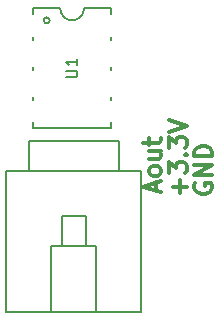
<source format=gbr>
G04 #@! TF.FileFunction,Legend,Top*
%FSLAX46Y46*%
G04 Gerber Fmt 4.6, Leading zero omitted, Abs format (unit mm)*
G04 Created by KiCad (PCBNEW 4.0.7) date 03/27/18 18:56:06*
%MOMM*%
%LPD*%
G01*
G04 APERTURE LIST*
%ADD10C,0.100000*%
%ADD11C,0.300000*%
%ADD12C,0.150000*%
G04 APERTURE END LIST*
D10*
D11*
X139299143Y-50116999D02*
X139299143Y-48974142D01*
X139870571Y-49545571D02*
X138727714Y-49545571D01*
X138370571Y-48402713D02*
X138370571Y-47474142D01*
X138942000Y-47974142D01*
X138942000Y-47759856D01*
X139013429Y-47616999D01*
X139084857Y-47545570D01*
X139227714Y-47474142D01*
X139584857Y-47474142D01*
X139727714Y-47545570D01*
X139799143Y-47616999D01*
X139870571Y-47759856D01*
X139870571Y-48188428D01*
X139799143Y-48331285D01*
X139727714Y-48402713D01*
X139727714Y-46831285D02*
X139799143Y-46759857D01*
X139870571Y-46831285D01*
X139799143Y-46902714D01*
X139727714Y-46831285D01*
X139870571Y-46831285D01*
X138370571Y-46259856D02*
X138370571Y-45331285D01*
X138942000Y-45831285D01*
X138942000Y-45616999D01*
X139013429Y-45474142D01*
X139084857Y-45402713D01*
X139227714Y-45331285D01*
X139584857Y-45331285D01*
X139727714Y-45402713D01*
X139799143Y-45474142D01*
X139870571Y-45616999D01*
X139870571Y-46045571D01*
X139799143Y-46188428D01*
X139727714Y-46259856D01*
X138370571Y-44902714D02*
X139870571Y-44402714D01*
X138370571Y-43902714D01*
X140601000Y-49275857D02*
X140529571Y-49418714D01*
X140529571Y-49633000D01*
X140601000Y-49847285D01*
X140743857Y-49990143D01*
X140886714Y-50061571D01*
X141172429Y-50133000D01*
X141386714Y-50133000D01*
X141672429Y-50061571D01*
X141815286Y-49990143D01*
X141958143Y-49847285D01*
X142029571Y-49633000D01*
X142029571Y-49490143D01*
X141958143Y-49275857D01*
X141886714Y-49204428D01*
X141386714Y-49204428D01*
X141386714Y-49490143D01*
X142029571Y-48561571D02*
X140529571Y-48561571D01*
X142029571Y-47704428D01*
X140529571Y-47704428D01*
X142029571Y-46990142D02*
X140529571Y-46990142D01*
X140529571Y-46632999D01*
X140601000Y-46418714D01*
X140743857Y-46275856D01*
X140886714Y-46204428D01*
X141172429Y-46132999D01*
X141386714Y-46132999D01*
X141672429Y-46204428D01*
X141815286Y-46275856D01*
X141958143Y-46418714D01*
X142029571Y-46632999D01*
X142029571Y-46990142D01*
X137283000Y-49894857D02*
X137283000Y-49180571D01*
X137711571Y-50037714D02*
X136211571Y-49537714D01*
X137711571Y-49037714D01*
X137711571Y-48323428D02*
X137640143Y-48466286D01*
X137568714Y-48537714D01*
X137425857Y-48609143D01*
X136997286Y-48609143D01*
X136854429Y-48537714D01*
X136783000Y-48466286D01*
X136711571Y-48323428D01*
X136711571Y-48109143D01*
X136783000Y-47966286D01*
X136854429Y-47894857D01*
X136997286Y-47823428D01*
X137425857Y-47823428D01*
X137568714Y-47894857D01*
X137640143Y-47966286D01*
X137711571Y-48109143D01*
X137711571Y-48323428D01*
X136711571Y-46537714D02*
X137711571Y-46537714D01*
X136711571Y-47180571D02*
X137497286Y-47180571D01*
X137640143Y-47109143D01*
X137711571Y-46966285D01*
X137711571Y-46752000D01*
X137640143Y-46609143D01*
X137568714Y-46537714D01*
X136711571Y-46037714D02*
X136711571Y-45466285D01*
X136211571Y-45823428D02*
X137497286Y-45823428D01*
X137640143Y-45752000D01*
X137711571Y-45609142D01*
X137711571Y-45466285D01*
D12*
X126873000Y-41937940D02*
X126873000Y-42191940D01*
X126873000Y-39397940D02*
X126873000Y-39651940D01*
X126873000Y-36857940D02*
X126873000Y-37111940D01*
X133477000Y-36857940D02*
X133477000Y-37111940D01*
X133477000Y-39397940D02*
X133477000Y-39651940D01*
X133477000Y-41937940D02*
X133477000Y-42191940D01*
X128270000Y-35460940D02*
G75*
G03X128270000Y-35460940I-254000J0D01*
G01*
X129159000Y-34444940D02*
X126873000Y-34444940D01*
X133477000Y-34444940D02*
X131191000Y-34444940D01*
X129159000Y-34444940D02*
G75*
G03X130175000Y-35460940I1016000J0D01*
G01*
X130175000Y-35460940D02*
G75*
G03X131191000Y-34444940I0J1016000D01*
G01*
X133477000Y-44604940D02*
X133477000Y-44096940D01*
X126873000Y-44604940D02*
X126873000Y-44096940D01*
X126873000Y-34444940D02*
X126873000Y-34952940D01*
X133477000Y-34444940D02*
X133477000Y-34952940D01*
X133477000Y-44604940D02*
X126873000Y-44604940D01*
X136017000Y-48260000D02*
X124587000Y-48260000D01*
X124587000Y-48260000D02*
X124587000Y-60198000D01*
X128397000Y-54610000D02*
X132207000Y-54610000D01*
X131318000Y-52070000D02*
X129286000Y-52070000D01*
X126492000Y-45720000D02*
X134112000Y-45720000D01*
X136017000Y-60198000D02*
X124587000Y-60198000D01*
X129286000Y-54610000D02*
X129286000Y-52070000D01*
X128397000Y-60198000D02*
X128397000Y-54610000D01*
X132207000Y-60198000D02*
X132207000Y-59690000D01*
X136017000Y-48260000D02*
X136017000Y-60198000D01*
X132207000Y-55880000D02*
X132207000Y-54610000D01*
X132207000Y-55880000D02*
X132207000Y-59690000D01*
X131318000Y-54610000D02*
X131318000Y-52070000D01*
X126492000Y-48260000D02*
X126492000Y-45720000D01*
X134112000Y-45720000D02*
X134112000Y-48260000D01*
X129627381Y-40286845D02*
X130436905Y-40286845D01*
X130532143Y-40239226D01*
X130579762Y-40191607D01*
X130627381Y-40096369D01*
X130627381Y-39905892D01*
X130579762Y-39810654D01*
X130532143Y-39763035D01*
X130436905Y-39715416D01*
X129627381Y-39715416D01*
X130627381Y-38715416D02*
X130627381Y-39286845D01*
X130627381Y-39001131D02*
X129627381Y-39001131D01*
X129770238Y-39096369D01*
X129865476Y-39191607D01*
X129913095Y-39286845D01*
M02*

</source>
